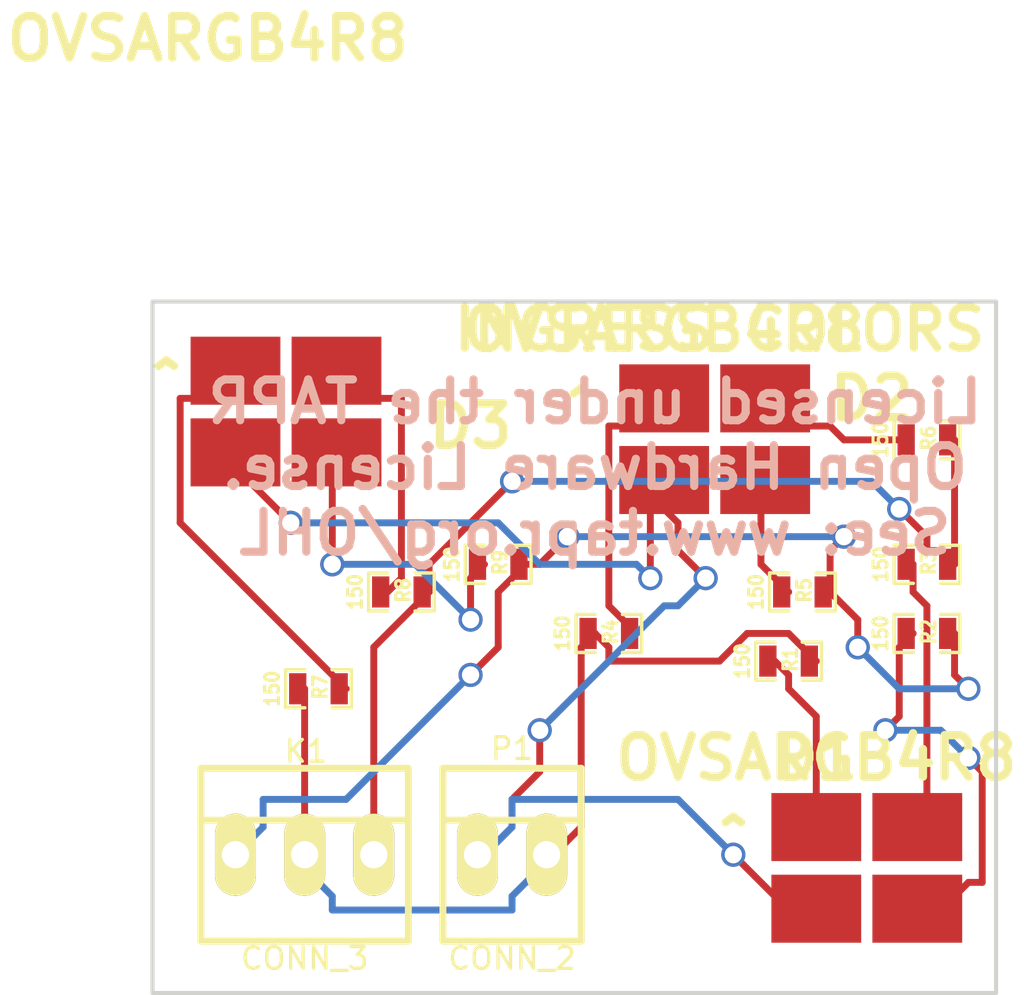
<source format=kicad_pcb>
(kicad_pcb (version 3) (host pcbnew "(2014-01-19 BZR 4624)-product")

  (general
    (links 22)
    (no_connects 0)
    (area 89.291885 49.53 127.116115 86.435001)
    (thickness 1.6)
    (drawings 9)
    (tracks 160)
    (zones 0)
    (modules 14)
    (nets 14)
  )

  (page A4)
  (layers
    (15 F.Cu signal)
    (0 B.Cu signal)
    (16 B.Adhes user)
    (17 F.Adhes user)
    (18 B.Paste user)
    (19 F.Paste user)
    (20 B.SilkS user)
    (21 F.SilkS user)
    (22 B.Mask user)
    (23 F.Mask user)
    (24 Dwgs.User user)
    (25 Cmts.User user)
    (26 Eco1.User user)
    (27 Eco2.User user)
    (28 Edge.Cuts user)
  )

  (setup
    (last_trace_width 0.254)
    (trace_clearance 0.254)
    (zone_clearance 0.508)
    (zone_45_only no)
    (trace_min 0.254)
    (segment_width 0.2)
    (edge_width 0.15)
    (via_size 0.889)
    (via_drill 0.635)
    (via_min_size 0.889)
    (via_min_drill 0.508)
    (uvia_size 0.508)
    (uvia_drill 0.127)
    (uvias_allowed no)
    (uvia_min_size 0.508)
    (uvia_min_drill 0.127)
    (pcb_text_width 0.3)
    (pcb_text_size 1.5 1.5)
    (mod_edge_width 0.15)
    (mod_text_size 1.5 1.5)
    (mod_text_width 0.15)
    (pad_size 1.4 1.4)
    (pad_drill 0.6)
    (pad_to_mask_clearance 0.2)
    (aux_axis_origin 0 0)
    (visible_elements FFFFFF7F)
    (pcbplotparams
      (layerselection 1048576)
      (usegerberextensions true)
      (excludeedgelayer true)
      (linewidth 0.150000)
      (plotframeref false)
      (viasonmask false)
      (mode 1)
      (useauxorigin false)
      (hpglpennumber 1)
      (hpglpenspeed 20)
      (hpglpendiameter 15)
      (hpglpenoverlay 2)
      (psnegative false)
      (psa4output false)
      (plotreference true)
      (plotvalue false)
      (plotothertext true)
      (plotinvisibletext false)
      (padsonsilk false)
      (subtractmaskfromsilk false)
      (outputformat 1)
      (mirror false)
      (drillshape 0)
      (scaleselection 1)
      (outputdirectory /home/daniel/PCB_FAB/))
  )

  (net 0 "")
  (net 1 +5V)
  (net 2 GND)
  (net 3 "Net-(D1-Pad1)")
  (net 4 "Net-(D1-Pad3)")
  (net 5 "Net-(D1-Pad4)")
  (net 6 "Net-(D2-Pad1)")
  (net 7 "Net-(D2-Pad3)")
  (net 8 "Net-(D2-Pad4)")
  (net 9 "Net-(D3-Pad1)")
  (net 10 "Net-(D3-Pad3)")
  (net 11 "Net-(D3-Pad4)")
  (net 12 "Net-(K1-Pad1)")
  (net 13 "Net-(K1-Pad3)")

  (net_class Default "This is the default net class."
    (clearance 0.254)
    (trace_width 0.254)
    (via_dia 0.889)
    (via_drill 0.635)
    (uvia_dia 0.508)
    (uvia_drill 0.127)
    (add_net "")
    (add_net +5V)
    (add_net GND)
    (add_net "Net-(D1-Pad1)")
    (add_net "Net-(D1-Pad3)")
    (add_net "Net-(D1-Pad4)")
    (add_net "Net-(D2-Pad1)")
    (add_net "Net-(D2-Pad3)")
    (add_net "Net-(D2-Pad4)")
    (add_net "Net-(D3-Pad1)")
    (add_net "Net-(D3-Pad3)")
    (add_net "Net-(D3-Pad4)")
    (add_net "Net-(K1-Pad1)")
    (add_net "Net-(K1-Pad3)")
  )

  (module RGBD:RGBD locked (layer F.Cu) (tedit 5168A3FB) (tstamp 52F7EE29)
    (at 119.38 77.724)
    (path /5168A4D5)
    (fp_text reference D1 (at 0 0) (layer F.SilkS)
      (effects (font (thickness 0.3048)))
    )
    (fp_text value OVSARGB4R8 (at 0 0) (layer F.SilkS)
      (effects (font (thickness 0.3048)))
    )
    (pad 1 smd rect (at 0 2.54) (size 3.29946 2.49936) (layers F.Cu F.Paste F.Mask)
      (net 3 "Net-(D1-Pad1)"))
    (pad 2 smd rect (at 0 5.53974) (size 3.29946 2.49936) (layers F.Cu F.Paste F.Mask)
      (net 1 +5V))
    (pad 3 smd rect (at 3.71094 5.53974) (size 3.29946 2.49936) (layers F.Cu F.Paste F.Mask)
      (net 4 "Net-(D1-Pad3)"))
    (pad 4 smd rect (at 3.71094 2.54) (size 3.29946 2.49936) (layers F.Cu F.Paste F.Mask)
      (net 5 "Net-(D1-Pad4)"))
  )

  (module RGBD:RGBD locked (layer F.Cu) (tedit 52F7FA77) (tstamp 52F7EE20)
    (at 113.792 61.976)
    (path /5168B085)
    (fp_text reference D2 (at 7.62 2.54) (layer F.SilkS)
      (effects (font (thickness 0.3048)))
    )
    (fp_text value OVSARGB4R8 (at 0 0) (layer F.SilkS)
      (effects (font (thickness 0.3048)))
    )
    (pad 1 smd rect (at 0 2.54) (size 3.29946 2.49936) (layers F.Cu F.Paste F.Mask)
      (net 6 "Net-(D2-Pad1)"))
    (pad 2 smd rect (at 0 5.53974) (size 3.29946 2.49936) (layers F.Cu F.Paste F.Mask)
      (net 1 +5V))
    (pad 3 smd rect (at 3.71094 5.53974) (size 3.29946 2.49936) (layers F.Cu F.Paste F.Mask)
      (net 7 "Net-(D2-Pad3)"))
    (pad 4 smd rect (at 3.71094 2.54) (size 3.29946 2.49936) (layers F.Cu F.Paste F.Mask)
      (net 8 "Net-(D2-Pad4)"))
  )

  (module RGBD:RGBD (layer F.Cu) (tedit 52F7F798) (tstamp 52F7EE17)
    (at 98.044 60.96)
    (path /5168B0EF)
    (fp_text reference D3 (at 8.636 4.572) (layer F.SilkS)
      (effects (font (thickness 0.3048)))
    )
    (fp_text value OVSARGB4R8 (at -1.016 -9.652) (layer F.SilkS)
      (effects (font (thickness 0.3048)))
    )
    (pad 1 smd rect (at 0 2.54) (size 3.29946 2.49936) (layers F.Cu F.Paste F.Mask)
      (net 9 "Net-(D3-Pad1)"))
    (pad 2 smd rect (at 0 5.53974) (size 3.29946 2.49936) (layers F.Cu F.Paste F.Mask)
      (net 1 +5V))
    (pad 3 smd rect (at 3.71094 5.53974) (size 3.29946 2.49936) (layers F.Cu F.Paste F.Mask)
      (net 10 "Net-(D3-Pad3)"))
    (pad 4 smd rect (at 3.71094 2.54) (size 3.29946 2.49936) (layers F.Cu F.Paste F.Mask)
      (net 11 "Net-(D3-Pad4)"))
  )

  (module Connect:PINHEAD1-3 locked (layer F.Cu) (tedit 52F7E7A2) (tstamp 52F7ECC4)
    (at 100.584 81.28)
    (path /5168AD61)
    (attr virtual)
    (fp_text reference K1 (at 0.05 -3.8) (layer F.SilkS)
      (effects (font (size 0.8 0.8) (thickness 0.12)))
    )
    (fp_text value CONN_3 (at 0 3.81) (layer F.SilkS)
      (effects (font (size 0.8 0.8) (thickness 0.12)))
    )
    (fp_line (start -3.81 -3.175) (end -3.81 3.175) (layer F.SilkS) (width 0.254))
    (fp_line (start 3.81 -3.175) (end 3.81 3.175) (layer F.SilkS) (width 0.254))
    (fp_line (start 3.81 -1.27) (end -3.81 -1.27) (layer F.SilkS) (width 0.254))
    (fp_line (start -3.81 -3.175) (end 3.81 -3.175) (layer F.SilkS) (width 0.254))
    (fp_line (start 3.81 3.175) (end -3.81 3.175) (layer F.SilkS) (width 0.254))
    (pad 1 thru_hole oval (at -2.54 0) (size 1.50622 3.01498) (drill 0.99822) (layers *.Cu *.Mask F.SilkS)
      (net 12 "Net-(K1-Pad1)"))
    (pad 2 thru_hole oval (at 0 0) (size 1.50622 3.01498) (drill 0.99822) (layers *.Cu *.Mask F.SilkS)
      (net 2 GND))
    (pad 3 thru_hole oval (at 2.54 0) (size 1.50622 3.01498) (drill 0.99822) (layers *.Cu *.Mask F.SilkS)
      (net 13 "Net-(K1-Pad3)"))
  )

  (module Connect:PINHEAD1-2 locked (layer F.Cu) (tedit 52F7E7A2) (tstamp 52F7ECB7)
    (at 108.204 81.28)
    (path /5168A519)
    (attr virtual)
    (fp_text reference P1 (at 0 -3.9) (layer F.SilkS)
      (effects (font (size 0.8 0.8) (thickness 0.12)))
    )
    (fp_text value CONN_2 (at 0 3.81) (layer F.SilkS)
      (effects (font (size 0.8 0.8) (thickness 0.12)))
    )
    (fp_line (start 2.54 -1.27) (end -2.54 -1.27) (layer F.SilkS) (width 0.254))
    (fp_line (start 2.54 3.175) (end -2.54 3.175) (layer F.SilkS) (width 0.254))
    (fp_line (start -2.54 -3.175) (end 2.54 -3.175) (layer F.SilkS) (width 0.254))
    (fp_line (start -2.54 -3.175) (end -2.54 3.175) (layer F.SilkS) (width 0.254))
    (fp_line (start 2.54 -3.175) (end 2.54 3.175) (layer F.SilkS) (width 0.254))
    (pad 1 thru_hole oval (at -1.27 0) (size 1.50622 3.01498) (drill 0.99822) (layers *.Cu *.Mask F.SilkS)
      (net 1 +5V))
    (pad 2 thru_hole oval (at 1.27 0) (size 1.50622 3.01498) (drill 0.99822) (layers *.Cu *.Mask F.SilkS)
      (net 2 GND))
  )

  (module SMD_Packages:SM0603_Resistor placed (layer F.Cu) (tedit 52F7E7A1) (tstamp 52F7EE0E)
    (at 118.364 74.168)
    (path /5168A584)
    (attr smd)
    (fp_text reference R1 (at 0.0635 -0.0635 90) (layer F.SilkS)
      (effects (font (size 0.50038 0.4572) (thickness 0.1143)))
    )
    (fp_text value 150 (at -1.69926 0 90) (layer F.SilkS)
      (effects (font (size 0.508 0.4572) (thickness 0.1143)))
    )
    (fp_line (start -0.50038 -0.6985) (end -1.2065 -0.6985) (layer F.SilkS) (width 0.127))
    (fp_line (start -1.2065 -0.6985) (end -1.2065 0.6985) (layer F.SilkS) (width 0.127))
    (fp_line (start -1.2065 0.6985) (end -0.50038 0.6985) (layer F.SilkS) (width 0.127))
    (fp_line (start 1.2065 -0.6985) (end 0.50038 -0.6985) (layer F.SilkS) (width 0.127))
    (fp_line (start 1.2065 -0.6985) (end 1.2065 0.6985) (layer F.SilkS) (width 0.127))
    (fp_line (start 1.2065 0.6985) (end 0.50038 0.6985) (layer F.SilkS) (width 0.127))
    (pad 1 smd rect (at -0.762 0) (size 0.635 1.143) (layers F.Cu F.Paste F.Mask)
      (net 3 "Net-(D1-Pad1)"))
    (pad 2 smd rect (at 0.762 0) (size 0.635 1.143) (layers F.Cu F.Paste F.Mask)
      (net 2 GND))
    (model smd\resistors\R0603.wrl
      (at (xyz 0 0 0.001))
      (scale (xyz 0.5 0.5 0.5))
      (rotate (xyz 0 0 0))
    )
  )

  (module SMD_Packages:SM0603_Resistor placed (layer F.Cu) (tedit 52F7E7A1) (tstamp 52F7EE01)
    (at 123.444 73.152)
    (path /5168AC9E)
    (attr smd)
    (fp_text reference R2 (at 0.0635 -0.0635 90) (layer F.SilkS)
      (effects (font (size 0.50038 0.4572) (thickness 0.1143)))
    )
    (fp_text value 150 (at -1.69926 0 90) (layer F.SilkS)
      (effects (font (size 0.508 0.4572) (thickness 0.1143)))
    )
    (fp_line (start -0.50038 -0.6985) (end -1.2065 -0.6985) (layer F.SilkS) (width 0.127))
    (fp_line (start -1.2065 -0.6985) (end -1.2065 0.6985) (layer F.SilkS) (width 0.127))
    (fp_line (start -1.2065 0.6985) (end -0.50038 0.6985) (layer F.SilkS) (width 0.127))
    (fp_line (start 1.2065 -0.6985) (end 0.50038 -0.6985) (layer F.SilkS) (width 0.127))
    (fp_line (start 1.2065 -0.6985) (end 1.2065 0.6985) (layer F.SilkS) (width 0.127))
    (fp_line (start 1.2065 0.6985) (end 0.50038 0.6985) (layer F.SilkS) (width 0.127))
    (pad 1 smd rect (at -0.762 0) (size 0.635 1.143) (layers F.Cu F.Paste F.Mask)
      (net 4 "Net-(D1-Pad3)"))
    (pad 2 smd rect (at 0.762 0) (size 0.635 1.143) (layers F.Cu F.Paste F.Mask)
      (net 12 "Net-(K1-Pad1)"))
    (model smd\resistors\R0603.wrl
      (at (xyz 0 0 0.001))
      (scale (xyz 0.5 0.5 0.5))
      (rotate (xyz 0 0 0))
    )
  )

  (module SMD_Packages:SM0603_Resistor placed (layer F.Cu) (tedit 52F7E7A1) (tstamp 52F7EDF4)
    (at 123.444 70.612)
    (path /5168AC9A)
    (attr smd)
    (fp_text reference R3 (at 0.0635 -0.0635 90) (layer F.SilkS)
      (effects (font (size 0.50038 0.4572) (thickness 0.1143)))
    )
    (fp_text value 150 (at -1.69926 0 90) (layer F.SilkS)
      (effects (font (size 0.508 0.4572) (thickness 0.1143)))
    )
    (fp_line (start -0.50038 -0.6985) (end -1.2065 -0.6985) (layer F.SilkS) (width 0.127))
    (fp_line (start -1.2065 -0.6985) (end -1.2065 0.6985) (layer F.SilkS) (width 0.127))
    (fp_line (start -1.2065 0.6985) (end -0.50038 0.6985) (layer F.SilkS) (width 0.127))
    (fp_line (start 1.2065 -0.6985) (end 0.50038 -0.6985) (layer F.SilkS) (width 0.127))
    (fp_line (start 1.2065 -0.6985) (end 1.2065 0.6985) (layer F.SilkS) (width 0.127))
    (fp_line (start 1.2065 0.6985) (end 0.50038 0.6985) (layer F.SilkS) (width 0.127))
    (pad 1 smd rect (at -0.762 0) (size 0.635 1.143) (layers F.Cu F.Paste F.Mask)
      (net 5 "Net-(D1-Pad4)"))
    (pad 2 smd rect (at 0.762 0) (size 0.635 1.143) (layers F.Cu F.Paste F.Mask)
      (net 13 "Net-(K1-Pad3)"))
    (model smd\resistors\R0603.wrl
      (at (xyz 0 0 0.001))
      (scale (xyz 0.5 0.5 0.5))
      (rotate (xyz 0 0 0))
    )
  )

  (module SMD_Packages:SM0603_Resistor placed (layer F.Cu) (tedit 52F7E7A1) (tstamp 52F7EDE7)
    (at 111.76 73.152)
    (path /5168B13A)
    (attr smd)
    (fp_text reference R4 (at 0.0635 -0.0635 90) (layer F.SilkS)
      (effects (font (size 0.50038 0.4572) (thickness 0.1143)))
    )
    (fp_text value 150 (at -1.69926 0 90) (layer F.SilkS)
      (effects (font (size 0.508 0.4572) (thickness 0.1143)))
    )
    (fp_line (start -0.50038 -0.6985) (end -1.2065 -0.6985) (layer F.SilkS) (width 0.127))
    (fp_line (start -1.2065 -0.6985) (end -1.2065 0.6985) (layer F.SilkS) (width 0.127))
    (fp_line (start -1.2065 0.6985) (end -0.50038 0.6985) (layer F.SilkS) (width 0.127))
    (fp_line (start 1.2065 -0.6985) (end 0.50038 -0.6985) (layer F.SilkS) (width 0.127))
    (fp_line (start 1.2065 -0.6985) (end 1.2065 0.6985) (layer F.SilkS) (width 0.127))
    (fp_line (start 1.2065 0.6985) (end 0.50038 0.6985) (layer F.SilkS) (width 0.127))
    (pad 1 smd rect (at -0.762 0) (size 0.635 1.143) (layers F.Cu F.Paste F.Mask)
      (net 2 GND))
    (pad 2 smd rect (at 0.762 0) (size 0.635 1.143) (layers F.Cu F.Paste F.Mask)
      (net 6 "Net-(D2-Pad1)"))
    (model smd\resistors\R0603.wrl
      (at (xyz 0 0 0.001))
      (scale (xyz 0.5 0.5 0.5))
      (rotate (xyz 0 0 0))
    )
  )

  (module SMD_Packages:SM0603_Resistor placed (layer F.Cu) (tedit 52F7E7A1) (tstamp 52F7EDDA)
    (at 118.872 71.628)
    (path /5168B138)
    (attr smd)
    (fp_text reference R5 (at 0.0635 -0.0635 90) (layer F.SilkS)
      (effects (font (size 0.50038 0.4572) (thickness 0.1143)))
    )
    (fp_text value 150 (at -1.69926 0 90) (layer F.SilkS)
      (effects (font (size 0.508 0.4572) (thickness 0.1143)))
    )
    (fp_line (start -0.50038 -0.6985) (end -1.2065 -0.6985) (layer F.SilkS) (width 0.127))
    (fp_line (start -1.2065 -0.6985) (end -1.2065 0.6985) (layer F.SilkS) (width 0.127))
    (fp_line (start -1.2065 0.6985) (end -0.50038 0.6985) (layer F.SilkS) (width 0.127))
    (fp_line (start 1.2065 -0.6985) (end 0.50038 -0.6985) (layer F.SilkS) (width 0.127))
    (fp_line (start 1.2065 -0.6985) (end 1.2065 0.6985) (layer F.SilkS) (width 0.127))
    (fp_line (start 1.2065 0.6985) (end 0.50038 0.6985) (layer F.SilkS) (width 0.127))
    (pad 1 smd rect (at -0.762 0) (size 0.635 1.143) (layers F.Cu F.Paste F.Mask)
      (net 7 "Net-(D2-Pad3)"))
    (pad 2 smd rect (at 0.762 0) (size 0.635 1.143) (layers F.Cu F.Paste F.Mask)
      (net 12 "Net-(K1-Pad1)"))
    (model smd\resistors\R0603.wrl
      (at (xyz 0 0 0.001))
      (scale (xyz 0.5 0.5 0.5))
      (rotate (xyz 0 0 0))
    )
  )

  (module SMD_Packages:SM0603_Resistor placed (layer F.Cu) (tedit 52F7E7A1) (tstamp 52F7EDCD)
    (at 123.444 66.04)
    (path /5168B113)
    (attr smd)
    (fp_text reference R6 (at 0.0635 -0.0635 90) (layer F.SilkS)
      (effects (font (size 0.50038 0.4572) (thickness 0.1143)))
    )
    (fp_text value 150 (at -1.69926 0 90) (layer F.SilkS)
      (effects (font (size 0.508 0.4572) (thickness 0.1143)))
    )
    (fp_line (start -0.50038 -0.6985) (end -1.2065 -0.6985) (layer F.SilkS) (width 0.127))
    (fp_line (start -1.2065 -0.6985) (end -1.2065 0.6985) (layer F.SilkS) (width 0.127))
    (fp_line (start -1.2065 0.6985) (end -0.50038 0.6985) (layer F.SilkS) (width 0.127))
    (fp_line (start 1.2065 -0.6985) (end 0.50038 -0.6985) (layer F.SilkS) (width 0.127))
    (fp_line (start 1.2065 -0.6985) (end 1.2065 0.6985) (layer F.SilkS) (width 0.127))
    (fp_line (start 1.2065 0.6985) (end 0.50038 0.6985) (layer F.SilkS) (width 0.127))
    (pad 1 smd rect (at -0.762 0) (size 0.635 1.143) (layers F.Cu F.Paste F.Mask)
      (net 8 "Net-(D2-Pad4)"))
    (pad 2 smd rect (at 0.762 0) (size 0.635 1.143) (layers F.Cu F.Paste F.Mask)
      (net 13 "Net-(K1-Pad3)"))
    (model smd\resistors\R0603.wrl
      (at (xyz 0 0 0.001))
      (scale (xyz 0.5 0.5 0.5))
      (rotate (xyz 0 0 0))
    )
  )

  (module SMD_Packages:SM0603_Resistor placed (layer F.Cu) (tedit 52F7E7A1) (tstamp 52F7EDC0)
    (at 101.092 75.184)
    (path /5168B111)
    (attr smd)
    (fp_text reference R7 (at 0.0635 -0.0635 90) (layer F.SilkS)
      (effects (font (size 0.50038 0.4572) (thickness 0.1143)))
    )
    (fp_text value 150 (at -1.69926 0 90) (layer F.SilkS)
      (effects (font (size 0.508 0.4572) (thickness 0.1143)))
    )
    (fp_line (start -0.50038 -0.6985) (end -1.2065 -0.6985) (layer F.SilkS) (width 0.127))
    (fp_line (start -1.2065 -0.6985) (end -1.2065 0.6985) (layer F.SilkS) (width 0.127))
    (fp_line (start -1.2065 0.6985) (end -0.50038 0.6985) (layer F.SilkS) (width 0.127))
    (fp_line (start 1.2065 -0.6985) (end 0.50038 -0.6985) (layer F.SilkS) (width 0.127))
    (fp_line (start 1.2065 -0.6985) (end 1.2065 0.6985) (layer F.SilkS) (width 0.127))
    (fp_line (start 1.2065 0.6985) (end 0.50038 0.6985) (layer F.SilkS) (width 0.127))
    (pad 1 smd rect (at -0.762 0) (size 0.635 1.143) (layers F.Cu F.Paste F.Mask)
      (net 2 GND))
    (pad 2 smd rect (at 0.762 0) (size 0.635 1.143) (layers F.Cu F.Paste F.Mask)
      (net 9 "Net-(D3-Pad1)"))
    (model smd\resistors\R0603.wrl
      (at (xyz 0 0 0.001))
      (scale (xyz 0.5 0.5 0.5))
      (rotate (xyz 0 0 0))
    )
  )

  (module SMD_Packages:SM0603_Resistor placed (layer F.Cu) (tedit 52F7E7A1) (tstamp 52F7EDB3)
    (at 104.14 71.628)
    (path /5168B10E)
    (attr smd)
    (fp_text reference R8 (at 0.0635 -0.0635 90) (layer F.SilkS)
      (effects (font (size 0.50038 0.4572) (thickness 0.1143)))
    )
    (fp_text value 150 (at -1.69926 0 90) (layer F.SilkS)
      (effects (font (size 0.508 0.4572) (thickness 0.1143)))
    )
    (fp_line (start -0.50038 -0.6985) (end -1.2065 -0.6985) (layer F.SilkS) (width 0.127))
    (fp_line (start -1.2065 -0.6985) (end -1.2065 0.6985) (layer F.SilkS) (width 0.127))
    (fp_line (start -1.2065 0.6985) (end -0.50038 0.6985) (layer F.SilkS) (width 0.127))
    (fp_line (start 1.2065 -0.6985) (end 0.50038 -0.6985) (layer F.SilkS) (width 0.127))
    (fp_line (start 1.2065 -0.6985) (end 1.2065 0.6985) (layer F.SilkS) (width 0.127))
    (fp_line (start 1.2065 0.6985) (end 0.50038 0.6985) (layer F.SilkS) (width 0.127))
    (pad 1 smd rect (at -0.762 0) (size 0.635 1.143) (layers F.Cu F.Paste F.Mask)
      (net 11 "Net-(D3-Pad4)"))
    (pad 2 smd rect (at 0.762 0) (size 0.635 1.143) (layers F.Cu F.Paste F.Mask)
      (net 13 "Net-(K1-Pad3)"))
    (model smd\resistors\R0603.wrl
      (at (xyz 0 0 0.001))
      (scale (xyz 0.5 0.5 0.5))
      (rotate (xyz 0 0 0))
    )
  )

  (module SMD_Packages:SM0603_Resistor placed (layer F.Cu) (tedit 52F7E7A1) (tstamp 52F7EDA6)
    (at 107.696 70.612)
    (path /5168B11B)
    (attr smd)
    (fp_text reference R9 (at 0.0635 -0.0635 90) (layer F.SilkS)
      (effects (font (size 0.50038 0.4572) (thickness 0.1143)))
    )
    (fp_text value 150 (at -1.69926 0 90) (layer F.SilkS)
      (effects (font (size 0.508 0.4572) (thickness 0.1143)))
    )
    (fp_line (start -0.50038 -0.6985) (end -1.2065 -0.6985) (layer F.SilkS) (width 0.127))
    (fp_line (start -1.2065 -0.6985) (end -1.2065 0.6985) (layer F.SilkS) (width 0.127))
    (fp_line (start -1.2065 0.6985) (end -0.50038 0.6985) (layer F.SilkS) (width 0.127))
    (fp_line (start 1.2065 -0.6985) (end 0.50038 -0.6985) (layer F.SilkS) (width 0.127))
    (fp_line (start 1.2065 -0.6985) (end 1.2065 0.6985) (layer F.SilkS) (width 0.127))
    (fp_line (start 1.2065 0.6985) (end 0.50038 0.6985) (layer F.SilkS) (width 0.127))
    (pad 1 smd rect (at -0.762 0) (size 0.635 1.143) (layers F.Cu F.Paste F.Mask)
      (net 10 "Net-(D3-Pad3)"))
    (pad 2 smd rect (at 0.762 0) (size 0.635 1.143) (layers F.Cu F.Paste F.Mask)
      (net 12 "Net-(K1-Pad1)"))
    (model smd\resistors\R0603.wrl
      (at (xyz 0 0 0.001))
      (scale (xyz 0.5 0.5 0.5))
      (rotate (xyz 0 0 0))
    )
  )

  (gr_text "Licensed under the TAPR\nOpen Hardware License.\nSee: www.tapr.org/OHL" (at 111.252 67.056) (layer B.SilkS)
    (effects (font (size 1.5 1.5) (thickness 0.3)) (justify mirror))
  )
  (gr_text ^ (at 116.332 80.772) (layer F.SilkS)
    (effects (font (size 1.5 1.5) (thickness 0.3)))
  )
  (gr_text ^ (at 110.744 65.024) (layer F.SilkS)
    (effects (font (size 1.5 1.5) (thickness 0.3)))
  )
  (gr_text ^ (at 95.504 64.008) (layer F.SilkS)
    (effects (font (size 1.5 1.5) (thickness 0.3)))
  )
  (gr_text "INGRESS COLORS" (at 115.824 61.976) (layer F.SilkS)
    (effects (font (size 1.5 1.5) (thickness 0.3)))
  )
  (gr_line (start 125.984 86.36) (end 94.996 86.36) (angle 90) (layer Edge.Cuts) (width 0.15))
  (gr_line (start 125.984 60.96) (end 125.984 86.36) (angle 90) (layer Edge.Cuts) (width 0.15))
  (gr_line (start 94.996 60.96) (end 125.984 60.96) (angle 90) (layer Edge.Cuts) (width 0.15))
  (gr_line (start 94.996 86.36) (end 94.996 60.96) (angle 90) (layer Edge.Cuts) (width 0.15))

  (segment (start 106.934 81.28) (end 107.188 81.28) (width 0.254) (layer F.Cu) (net 1) (status 80000))
  (segment (start 107.188 81.28) (end 108.204 80.264) (width 0.254) (layer F.Cu) (net 1) (status 80000))
  (segment (start 108.204 80.264) (end 108.204 79.248) (width 0.254) (layer F.Cu) (net 1) (status 80000))
  (segment (start 108.204 79.248) (end 109.22 78.232) (width 0.254) (layer F.Cu) (net 1) (status 80000))
  (segment (start 109.22 78.232) (end 109.22 76.708) (width 0.254) (layer F.Cu) (net 1) (status 80000))
  (via (at 109.22 76.708) (size 0.889) (layers F.Cu B.Cu) (net 1) (status 80000))
  (segment (start 109.22 76.708) (end 113.792 72.136) (width 0.254) (layer B.Cu) (net 1) (status 80000))
  (segment (start 113.792 72.136) (end 114.3 72.136) (width 0.254) (layer B.Cu) (net 1) (status 80000))
  (segment (start 114.3 72.136) (end 115.316 71.12) (width 0.254) (layer B.Cu) (net 1) (status 80000))
  (via (at 115.316 71.12) (size 0.889) (layers F.Cu B.Cu) (net 1) (status 80000))
  (segment (start 115.316 71.12) (end 114.3 70.104) (width 0.254) (layer F.Cu) (net 1) (status 80000))
  (segment (start 114.3 70.104) (end 114.3 69.088) (width 0.254) (layer F.Cu) (net 1) (status 80000))
  (segment (start 114.3 69.088) (end 113.792 68.58) (width 0.254) (layer F.Cu) (net 1) (status 80000))
  (segment (start 113.792 68.58) (end 113.792 67.51574) (width 0.254) (layer F.Cu) (net 1) (status 80000))
  (segment (start 119.38 83.26374) (end 119.38 83.312) (width 0.254) (layer F.Cu) (net 1) (status 80000))
  (segment (start 119.38 83.312) (end 118.364 83.312) (width 0.254) (layer F.Cu) (net 1) (status 80000))
  (segment (start 118.364 83.312) (end 116.332 81.28) (width 0.254) (layer F.Cu) (net 1) (status 80000))
  (via (at 116.332 81.28) (size 0.889) (layers F.Cu B.Cu) (net 1) (status 80000))
  (segment (start 116.332 81.28) (end 114.3 79.248) (width 0.254) (layer B.Cu) (net 1) (status 80000))
  (segment (start 114.3 79.248) (end 108.204 79.248) (width 0.254) (layer B.Cu) (net 1) (status 80000))
  (segment (start 108.204 79.248) (end 108.204 80.264) (width 0.254) (layer B.Cu) (net 1) (status 80000))
  (segment (start 108.204 80.264) (end 107.188 81.28) (width 0.254) (layer B.Cu) (net 1) (status 80000))
  (segment (start 107.188 81.28) (end 106.934 81.28) (width 0.254) (layer B.Cu) (net 1) (tstamp 52F7F3B9) (status 80000))
  (segment (start 113.792 67.51574) (end 113.792 67.564) (width 0.254) (layer F.Cu) (net 1) (status 80000))
  (segment (start 113.792 67.564) (end 113.284 68.072) (width 0.254) (layer F.Cu) (net 1) (status 80000))
  (segment (start 113.284 68.072) (end 113.284 71.12) (width 0.254) (layer F.Cu) (net 1) (status 80000))
  (via (at 113.284 71.12) (size 0.889) (layers F.Cu B.Cu) (net 1) (status 80000))
  (segment (start 113.284 71.12) (end 112.776 70.612) (width 0.254) (layer B.Cu) (net 1) (status 80000))
  (segment (start 112.776 70.612) (end 109.22 70.612) (width 0.254) (layer B.Cu) (net 1) (status 80000))
  (segment (start 109.22 70.612) (end 107.696 69.088) (width 0.254) (layer B.Cu) (net 1) (status 80000))
  (segment (start 107.696 69.088) (end 100.076 69.088) (width 0.254) (layer B.Cu) (net 1) (status 80000))
  (via (at 100.076 69.088) (size 0.889) (layers F.Cu B.Cu) (net 1) (status 80000))
  (segment (start 100.076 69.088) (end 98.044 67.056) (width 0.254) (layer F.Cu) (net 1) (status 80000))
  (segment (start 98.044 67.056) (end 98.044 66.49974) (width 0.254) (layer F.Cu) (net 1) (status 80000))
  (segment (start 109.474 81.28) (end 109.728 81.28) (width 0.254) (layer F.Cu) (net 2) (status 80000))
  (segment (start 109.728 81.28) (end 110.744 80.264) (width 0.254) (layer F.Cu) (net 2) (status 80000))
  (segment (start 110.744 80.264) (end 110.744 73.66) (width 0.254) (layer F.Cu) (net 2) (status 80000))
  (segment (start 110.744 73.66) (end 111.252 73.152) (width 0.254) (layer F.Cu) (net 2) (status 80000))
  (segment (start 111.252 73.152) (end 110.998 73.152) (width 0.254) (layer F.Cu) (net 2) (tstamp 52F7F3B6) (status 80000))
  (segment (start 110.998 73.152) (end 111.252 73.152) (width 0.254) (layer F.Cu) (net 2) (status 80000))
  (segment (start 111.252 73.152) (end 111.76 73.66) (width 0.254) (layer F.Cu) (net 2) (status 80000))
  (segment (start 111.76 73.66) (end 111.76 74.168) (width 0.254) (layer F.Cu) (net 2) (status 80000))
  (segment (start 111.76 74.168) (end 115.824 74.168) (width 0.254) (layer F.Cu) (net 2) (status 80000))
  (segment (start 115.824 74.168) (end 116.84 73.152) (width 0.254) (layer F.Cu) (net 2) (status 80000))
  (segment (start 116.84 73.152) (end 118.364 73.152) (width 0.254) (layer F.Cu) (net 2) (status 80000))
  (segment (start 118.364 73.152) (end 119.38 74.168) (width 0.254) (layer F.Cu) (net 2) (status 80000))
  (segment (start 119.38 74.168) (end 119.126 74.168) (width 0.254) (layer F.Cu) (net 2) (tstamp 52F7F3B5) (status 80000))
  (segment (start 100.584 81.28) (end 100.584 81.788) (width 0.254) (layer B.Cu) (net 2) (status 80000))
  (segment (start 100.584 81.788) (end 101.6 82.804) (width 0.254) (layer B.Cu) (net 2) (status 80000))
  (segment (start 101.6 82.804) (end 101.6 83.312) (width 0.254) (layer B.Cu) (net 2) (status 80000))
  (segment (start 101.6 83.312) (end 108.204 83.312) (width 0.254) (layer B.Cu) (net 2) (status 80000))
  (segment (start 108.204 83.312) (end 108.204 82.804) (width 0.254) (layer B.Cu) (net 2) (status 80000))
  (segment (start 108.204 82.804) (end 109.728 81.28) (width 0.254) (layer B.Cu) (net 2) (status 80000))
  (segment (start 109.728 81.28) (end 109.474 81.28) (width 0.254) (layer B.Cu) (net 2) (tstamp 52F7F3B0) (status 80000))
  (segment (start 100.33 75.184) (end 100.584 75.184) (width 0.254) (layer F.Cu) (net 2) (status 80000))
  (segment (start 100.584 75.184) (end 100.584 81.28) (width 0.254) (layer F.Cu) (net 2) (status 80000))
  (segment (start 117.602 74.168) (end 117.856 74.168) (width 0.254) (layer F.Cu) (net 3) (status 80000))
  (segment (start 117.856 74.168) (end 118.364 74.676) (width 0.254) (layer F.Cu) (net 3) (status 80000))
  (segment (start 118.364 74.676) (end 118.364 75.184) (width 0.254) (layer F.Cu) (net 3) (status 80000))
  (segment (start 118.364 75.184) (end 119.38 76.2) (width 0.254) (layer F.Cu) (net 3) (status 80000))
  (segment (start 119.38 76.2) (end 119.38 80.264) (width 0.254) (layer F.Cu) (net 3) (status 80000))
  (segment (start 123.09094 83.26374) (end 122.936 83.312) (width 0.254) (layer F.Cu) (net 4) (status 80000))
  (segment (start 122.936 83.312) (end 123.952 83.312) (width 0.254) (layer F.Cu) (net 4) (status 80000))
  (segment (start 123.952 83.312) (end 124.968 82.296) (width 0.254) (layer F.Cu) (net 4) (status 80000))
  (segment (start 124.968 82.296) (end 125.476 82.296) (width 0.254) (layer F.Cu) (net 4) (status 80000))
  (segment (start 125.476 82.296) (end 125.476 78.232) (width 0.254) (layer F.Cu) (net 4) (status 80000))
  (segment (start 125.476 78.232) (end 124.968 77.724) (width 0.254) (layer F.Cu) (net 4) (status 80000))
  (via (at 124.968 77.724) (size 0.889) (layers F.Cu B.Cu) (net 4) (status 80000))
  (segment (start 124.968 77.724) (end 123.952 76.708) (width 0.254) (layer B.Cu) (net 4) (status 80000))
  (segment (start 123.952 76.708) (end 121.92 76.708) (width 0.254) (layer B.Cu) (net 4) (status 80000))
  (via (at 121.92 76.708) (size 0.889) (layers F.Cu B.Cu) (net 4) (status 80000))
  (segment (start 121.92 76.708) (end 122.428 76.2) (width 0.254) (layer F.Cu) (net 4) (status 80000))
  (segment (start 122.428 76.2) (end 122.428 73.66) (width 0.254) (layer F.Cu) (net 4) (status 80000))
  (segment (start 122.428 73.66) (end 122.936 73.152) (width 0.254) (layer F.Cu) (net 4) (status 80000))
  (segment (start 122.936 73.152) (end 122.682 73.152) (width 0.254) (layer F.Cu) (net 4) (tstamp 52F7F3B3) (status 80000))
  (segment (start 123.09094 80.264) (end 122.936 80.264) (width 0.254) (layer F.Cu) (net 5) (status 80000))
  (segment (start 122.936 80.264) (end 123.444 79.756) (width 0.254) (layer F.Cu) (net 5) (status 80000))
  (segment (start 123.444 79.756) (end 123.444 72.136) (width 0.254) (layer F.Cu) (net 5) (status 80000))
  (segment (start 123.444 72.136) (end 122.936 71.628) (width 0.254) (layer F.Cu) (net 5) (status 80000))
  (segment (start 122.936 71.628) (end 122.936 70.612) (width 0.254) (layer F.Cu) (net 5) (status 80000))
  (segment (start 122.936 70.612) (end 122.682 70.612) (width 0.254) (layer F.Cu) (net 5) (tstamp 52F7F3B1) (status 80000))
  (segment (start 112.522 73.152) (end 112.776 73.152) (width 0.254) (layer F.Cu) (net 6) (status 80000))
  (segment (start 112.776 73.152) (end 111.76 72.136) (width 0.254) (layer F.Cu) (net 6) (status 80000))
  (segment (start 111.76 72.136) (end 111.76 65.532) (width 0.254) (layer F.Cu) (net 6) (status 80000))
  (segment (start 111.76 65.532) (end 112.776 65.532) (width 0.254) (layer F.Cu) (net 6) (status 80000))
  (segment (start 112.776 65.532) (end 113.792 64.516) (width 0.254) (layer F.Cu) (net 6) (status 80000))
  (segment (start 118.11 71.628) (end 118.364 71.628) (width 0.254) (layer F.Cu) (net 7) (status 80000))
  (segment (start 118.364 71.628) (end 117.348 70.612) (width 0.254) (layer F.Cu) (net 7) (status 80000))
  (segment (start 117.348 70.612) (end 117.348 67.564) (width 0.254) (layer F.Cu) (net 7) (status 80000))
  (segment (start 117.348 67.564) (end 117.50294 67.51574) (width 0.254) (layer F.Cu) (net 7) (tstamp 52F7F3AF) (status 80000))
  (segment (start 122.682 66.04) (end 120.396 66.04) (width 0.254) (layer F.Cu) (net 8) (status 80000))
  (segment (start 120.396 66.04) (end 119.888 65.532) (width 0.254) (layer F.Cu) (net 8) (status 80000))
  (segment (start 119.888 65.532) (end 118.364 65.532) (width 0.254) (layer F.Cu) (net 8) (status 80000))
  (segment (start 118.364 65.532) (end 117.348 64.516) (width 0.254) (layer F.Cu) (net 8) (status 80000))
  (segment (start 117.348 64.516) (end 117.50294 64.516) (width 0.254) (layer F.Cu) (net 8) (tstamp 52F7F3B4) (status 80000))
  (segment (start 101.854 75.184) (end 102.108 75.184) (width 0.254) (layer F.Cu) (net 9) (status 80000))
  (segment (start 102.108 75.184) (end 96.012 69.088) (width 0.254) (layer F.Cu) (net 9) (status 80000))
  (segment (start 96.012 69.088) (end 96.012 64.516) (width 0.254) (layer F.Cu) (net 9) (status 80000))
  (segment (start 96.012 64.516) (end 97.028 64.516) (width 0.254) (layer F.Cu) (net 9) (status 80000))
  (segment (start 97.028 64.516) (end 98.044 63.5) (width 0.254) (layer F.Cu) (net 9) (status 80000))
  (segment (start 106.934 70.612) (end 107.188 70.612) (width 0.254) (layer F.Cu) (net 10) (status 80000))
  (segment (start 107.188 70.612) (end 106.68 71.12) (width 0.254) (layer F.Cu) (net 10) (status 80000))
  (segment (start 106.68 71.12) (end 106.68 72.644) (width 0.254) (layer F.Cu) (net 10) (status 80000))
  (via (at 106.68 72.644) (size 0.889) (layers F.Cu B.Cu) (net 10) (status 80000))
  (segment (start 106.68 72.644) (end 104.648 70.612) (width 0.254) (layer B.Cu) (net 10) (status 80000))
  (segment (start 104.648 70.612) (end 101.6 70.612) (width 0.254) (layer B.Cu) (net 10) (status 80000))
  (via (at 101.6 70.612) (size 0.889) (layers F.Cu B.Cu) (net 10) (status 80000))
  (segment (start 101.6 70.612) (end 101.6 66.548) (width 0.254) (layer F.Cu) (net 10) (status 80000))
  (segment (start 101.6 66.548) (end 101.75494 66.49974) (width 0.254) (layer F.Cu) (net 10) (tstamp 52F7F3BB) (status 80000))
  (segment (start 103.378 71.628) (end 103.632 71.628) (width 0.254) (layer F.Cu) (net 11) (status 80000))
  (segment (start 103.632 71.628) (end 104.14 71.12) (width 0.254) (layer F.Cu) (net 11) (status 80000))
  (segment (start 104.14 71.12) (end 104.14 64.516) (width 0.254) (layer F.Cu) (net 11) (status 80000))
  (segment (start 104.14 64.516) (end 102.616 64.516) (width 0.254) (layer F.Cu) (net 11) (status 80000))
  (segment (start 102.616 64.516) (end 101.6 63.5) (width 0.254) (layer F.Cu) (net 11) (status 80000))
  (segment (start 101.6 63.5) (end 101.75494 63.5) (width 0.254) (layer F.Cu) (net 11) (tstamp 52F7F3B8) (status 80000))
  (segment (start 108.458 70.612) (end 108.712 70.612) (width 0.254) (layer F.Cu) (net 12) (status 80000))
  (segment (start 108.712 70.612) (end 107.696 71.628) (width 0.254) (layer F.Cu) (net 12) (status 80000))
  (segment (start 107.696 71.628) (end 107.696 73.66) (width 0.254) (layer F.Cu) (net 12) (status 80000))
  (segment (start 107.696 73.66) (end 106.68 74.676) (width 0.254) (layer F.Cu) (net 12) (status 80000))
  (via (at 106.68 74.676) (size 0.889) (layers F.Cu B.Cu) (net 12) (status 80000))
  (segment (start 106.68 74.676) (end 102.108 79.248) (width 0.254) (layer B.Cu) (net 12) (status 80000))
  (segment (start 102.108 79.248) (end 99.06 79.248) (width 0.254) (layer B.Cu) (net 12) (status 80000))
  (segment (start 99.06 79.248) (end 99.06 80.264) (width 0.254) (layer B.Cu) (net 12) (status 80000))
  (segment (start 99.06 80.264) (end 98.044 81.28) (width 0.254) (layer B.Cu) (net 12) (status 80000))
  (segment (start 108.458 70.612) (end 109.22 70.612) (width 0.254) (layer F.Cu) (net 12) (status 80000))
  (segment (start 109.22 70.612) (end 110.236 69.596) (width 0.254) (layer F.Cu) (net 12) (status 80000))
  (via (at 110.236 69.596) (size 0.889) (layers F.Cu B.Cu) (net 12) (status 80000))
  (segment (start 110.236 69.596) (end 120.396 69.596) (width 0.254) (layer B.Cu) (net 12) (status 80000))
  (via (at 120.396 69.596) (size 0.889) (layers F.Cu B.Cu) (net 12) (status 80000))
  (segment (start 120.396 69.596) (end 119.888 70.104) (width 0.254) (layer F.Cu) (net 12) (status 80000))
  (segment (start 119.888 70.104) (end 119.888 71.628) (width 0.254) (layer F.Cu) (net 12) (status 80000))
  (segment (start 119.888 71.628) (end 119.634 71.628) (width 0.254) (layer F.Cu) (net 12) (tstamp 52F7F3B7) (status 80000))
  (segment (start 119.634 71.628) (end 119.888 71.628) (width 0.254) (layer F.Cu) (net 12) (status 80000))
  (segment (start 119.888 71.628) (end 120.904 72.644) (width 0.254) (layer F.Cu) (net 12) (status 80000))
  (segment (start 120.904 72.644) (end 120.904 73.66) (width 0.254) (layer F.Cu) (net 12) (status 80000))
  (via (at 120.904 73.66) (size 0.889) (layers F.Cu B.Cu) (net 12) (status 80000))
  (segment (start 120.904 73.66) (end 122.428 75.184) (width 0.254) (layer B.Cu) (net 12) (status 80000))
  (segment (start 122.428 75.184) (end 124.968 75.184) (width 0.254) (layer B.Cu) (net 12) (status 80000))
  (via (at 124.968 75.184) (size 0.889) (layers F.Cu B.Cu) (net 12) (status 80000))
  (segment (start 124.968 75.184) (end 124.46 74.676) (width 0.254) (layer F.Cu) (net 12) (status 80000))
  (segment (start 124.46 74.676) (end 124.46 73.152) (width 0.254) (layer F.Cu) (net 12) (status 80000))
  (segment (start 124.46 73.152) (end 124.206 73.152) (width 0.254) (layer F.Cu) (net 12) (tstamp 52F7F3B2) (status 80000))
  (segment (start 124.206 70.612) (end 124.46 70.612) (width 0.254) (layer F.Cu) (net 13) (status 80000))
  (segment (start 124.46 70.612) (end 123.952 70.104) (width 0.254) (layer F.Cu) (net 13) (status 80000))
  (segment (start 123.952 70.104) (end 123.444 70.104) (width 0.254) (layer F.Cu) (net 13) (status 80000))
  (segment (start 123.444 70.104) (end 123.444 69.596) (width 0.254) (layer F.Cu) (net 13) (status 80000))
  (segment (start 123.444 69.596) (end 122.428 68.58) (width 0.254) (layer F.Cu) (net 13) (status 80000))
  (via (at 122.428 68.58) (size 0.889) (layers F.Cu B.Cu) (net 13) (status 80000))
  (segment (start 122.428 68.58) (end 121.412 67.564) (width 0.254) (layer B.Cu) (net 13) (status 80000))
  (segment (start 121.412 67.564) (end 108.204 67.564) (width 0.254) (layer B.Cu) (net 13) (status 80000))
  (via (at 108.204 67.564) (size 0.889) (layers F.Cu B.Cu) (net 13) (status 80000))
  (segment (start 108.204 67.564) (end 105.156 70.612) (width 0.254) (layer F.Cu) (net 13) (status 80000))
  (segment (start 105.156 70.612) (end 105.156 71.628) (width 0.254) (layer F.Cu) (net 13) (status 80000))
  (segment (start 105.156 71.628) (end 104.902 71.628) (width 0.254) (layer F.Cu) (net 13) (tstamp 52F7F3BA) (status 80000))
  (segment (start 104.902 71.628) (end 105.156 71.628) (width 0.254) (layer F.Cu) (net 13) (status 80000))
  (segment (start 105.156 71.628) (end 103.124 73.66) (width 0.254) (layer F.Cu) (net 13) (status 80000))
  (segment (start 103.124 73.66) (end 103.124 81.28) (width 0.254) (layer F.Cu) (net 13) (status 80000))
  (segment (start 124.206 66.04) (end 124.46 66.04) (width 0.254) (layer F.Cu) (net 13) (status 80000))
  (segment (start 124.46 66.04) (end 124.46 70.612) (width 0.254) (layer F.Cu) (net 13) (status 80000))
  (segment (start 124.46 70.612) (end 124.206 70.612) (width 0.254) (layer F.Cu) (net 13) (tstamp 52F7F3AE) (status 80000))

)

</source>
